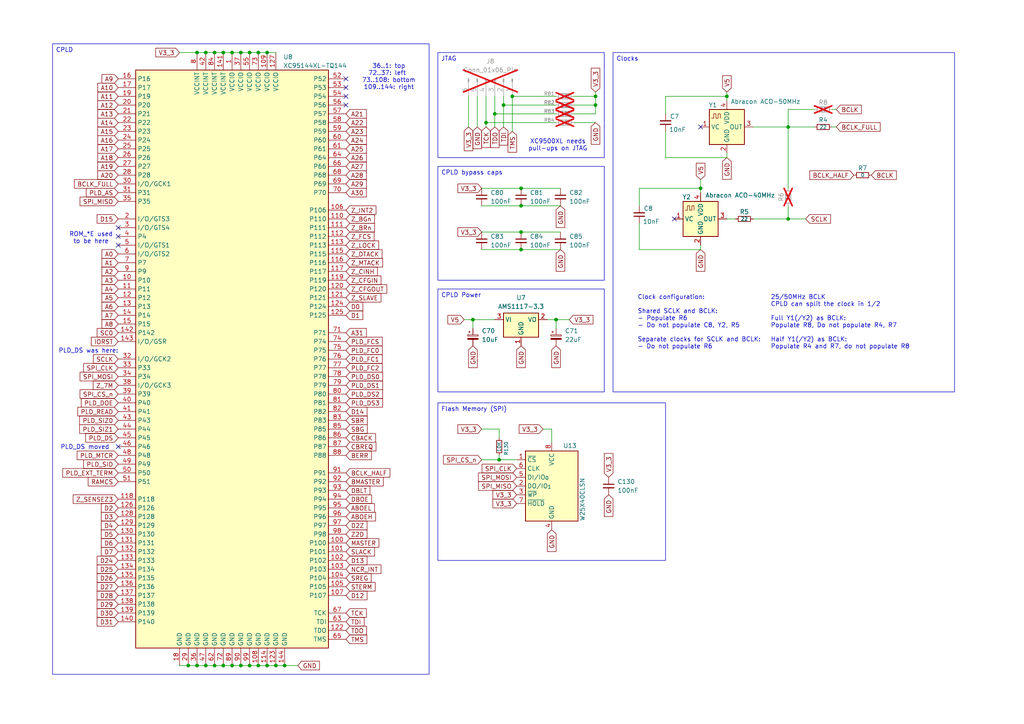
<source format=kicad_sch>
(kicad_sch (version 20250114) (generator "eeschema") (generator_version "9.0")
  (paper "A4")
  (title_block (title "A4092") (rev "PROTO0") (company "amiga.technology"))
  (lib_symbols
    (symbol "CPLD_Xilinx:XC95144XL-TQ144"
      (property "Reference" "U" (at -27.94 85.09 0))
      (property "Value" "XC95144XL-TQ144" (at -27.94 -85.09 0))
      (symbol "XC95144XL-TQ144_1_1"
        (rectangle (start -27.94 83.82) (end 27.94 -83.82) (stroke (width 0.254)) (fill (type background)))
        (pin bidirectional line (at -33.02 81.28 0) (length 5.08) (name "P16") (number "16"))
        (pin bidirectional line (at -33.02 78.74 0) (length 5.08) (name "P17") (number "17"))
        (pin bidirectional line (at -33.02 76.2 0) (length 5.08) (name "P19") (number "19"))
        (pin bidirectional line (at -33.02 73.66 0) (length 5.08) (name "P20") (number "20"))
        (pin bidirectional line (at -33.02 71.12 0) (length 5.08) (name "P21") (number "21"))
        (pin bidirectional line (at -33.02 68.58 0) (length 5.08) (name "P22") (number "22"))
        (pin bidirectional line (at -33.02 66.04 0) (length 5.08) (name "P23") (number "23"))
        (pin bidirectional line (at -33.02 63.5 0) (length 5.08) (name "P24") (number "24"))
        (pin bidirectional line (at -33.02 60.96 0) (length 5.08) (name "P25") (number "25"))
        (pin bidirectional line (at -33.02 58.42 0) (length 5.08) (name "P26") (number "26"))
        (pin bidirectional line (at -33.02 55.88 0) (length 5.08) (name "P27") (number "27"))
        (pin bidirectional line (at -33.02 53.34 0) (length 5.08) (name "P28") (number "28"))
        (pin bidirectional line (at -33.02 50.8 0) (length 5.08) (name "I/O/GCK1") (number "30"))
        (pin bidirectional line (at -33.02 48.26 0) (length 5.08) (name "P31") (number "31"))
        (pin bidirectional line (at -33.02 45.72 0) (length 5.08) (name "P35") (number "35"))
        (pin bidirectional line (at -33.02 40.64 0) (length 5.08) (name "I/O/GTS3") (number "2"))
        (pin bidirectional line (at -33.02 38.1 0) (length 5.08) (name "I/O/GTS4") (number "3"))
        (pin bidirectional line (at -33.02 35.56 0) (length 5.08) (name "P4") (number "4"))
        (pin bidirectional line (at -33.02 33.02 0) (length 5.08) (name "I/O/GTS1") (number "5"))
        (pin bidirectional line (at -33.02 30.48 0) (length 5.08) (name "I/O/GTS2") (number "6"))
        (pin bidirectional line (at -33.02 27.94 0) (length 5.08) (name "P7") (number "7"))
        (pin bidirectional line (at -33.02 25.4 0) (length 5.08) (name "P9") (number "9"))
        (pin bidirectional line (at -33.02 22.86 0) (length 5.08) (name "P10") (number "10"))
        (pin bidirectional line (at -33.02 20.32 0) (length 5.08) (name "P11") (number "11"))
        (pin bidirectional line (at -33.02 17.78 0) (length 5.08) (name "P12") (number "12"))
        (pin bidirectional line (at -33.02 15.24 0) (length 5.08) (name "P13") (number "13"))
        (pin bidirectional line (at -33.02 12.7 0) (length 5.08) (name "P14") (number "14"))
        (pin bidirectional line (at -33.02 10.16 0) (length 5.08) (name "P15") (number "15"))
        (pin bidirectional line (at -33.02 7.62 0) (length 5.08) (name "P142") (number "142"))
        (pin bidirectional line (at -33.02 5.08 0) (length 5.08) (name "I/O/GSR") (number "143"))
        (pin bidirectional line (at -33.02 0 0) (length 5.08) (name "I/O/GCK2") (number "32"))
        (pin bidirectional line (at -33.02 -2.54 0) (length 5.08) (name "P33") (number "33"))
        (pin bidirectional line (at -33.02 -5.08 0) (length 5.08) (name "P34") (number "34"))
        (pin bidirectional line (at -33.02 -7.62 0) (length 5.08) (name "I/O/GCK3") (number "38"))
        (pin bidirectional line (at -33.02 -10.16 0) (length 5.08) (name "P39") (number "39"))
        (pin bidirectional line (at -33.02 -12.7 0) (length 5.08) (name "P40") (number "40"))
        (pin bidirectional line (at -33.02 -15.24 0) (length 5.08) (name "P41") (number "41"))
        (pin bidirectional line (at -33.02 -17.78 0) (length 5.08) (name "P43") (number "43"))
        (pin bidirectional line (at -33.02 -20.32 0) (length 5.08) (name "P44") (number "44"))
        (pin bidirectional line (at -33.02 -22.86 0) (length 5.08) (name "P45") (number "45"))
        (pin bidirectional line (at -33.02 -25.4 0) (length 5.08) (name "P46") (number "46"))
        (pin bidirectional line (at -33.02 -27.94 0) (length 5.08) (name "P48") (number "48"))
        (pin bidirectional line (at -33.02 -30.48 0) (length 5.08) (name "P49") (number "49"))
        (pin bidirectional line (at -33.02 -33.02 0) (length 5.08) (name "P50") (number "50"))
        (pin bidirectional line (at -33.02 -35.56 0) (length 5.08) (name "P51") (number "51"))
        (pin bidirectional line (at -33.02 -40.64 0) (length 5.08) (name "P118") (number "118"))
        (pin bidirectional line (at -33.02 -43.18 0) (length 5.08) (name "P126") (number "126"))
        (pin bidirectional line (at -33.02 -45.72 0) (length 5.08) (name "P128") (number "128"))
        (pin bidirectional line (at -33.02 -48.26 0) (length 5.08) (name "P129") (number "129"))
        (pin bidirectional line (at -33.02 -50.8 0) (length 5.08) (name "P130") (number "130"))
        (pin bidirectional line (at -33.02 -53.34 0) (length 5.08) (name "P131") (number "131"))
        (pin bidirectional line (at -33.02 -55.88 0) (length 5.08) (name "P132") (number "132"))
        (pin bidirectional line (at -33.02 -58.42 0) (length 5.08) (name "P133") (number "133"))
        (pin bidirectional line (at -33.02 -60.96 0) (length 5.08) (name "P134") (number "134"))
        (pin bidirectional line (at -33.02 -63.5 0) (length 5.08) (name "P135") (number "135"))
        (pin bidirectional line (at -33.02 -66.04 0) (length 5.08) (name "P136") (number "136"))
        (pin bidirectional line (at -33.02 -68.58 0) (length 5.08) (name "P137") (number "137"))
        (pin bidirectional line (at -33.02 -71.12 0) (length 5.08) (name "P138") (number "138"))
        (pin bidirectional line (at -33.02 -73.66 0) (length 5.08) (name "P139") (number "139"))
        (pin bidirectional line (at -33.02 -76.2 0) (length 5.08) (name "P140") (number "140"))
        (pin power_in line (at -15.24 -88.9 90) (length 5.08) (name "GND") (number "18"))
        (pin power_in line (at -12.7 -88.9 90) (length 5.08) (name "GND") (number "29"))
        (pin power_in line (at -10.16 88.9 270) (length 5.08) (name "VCCINT") (number "8"))
        (pin power_in line (at -10.16 -88.9 90) (length 5.08) (name "GND") (number "36"))
        (pin power_in line (at -7.62 88.9 270) (length 5.08) (name "VCCINT") (number "42"))
        (pin power_in line (at -7.62 -88.9 90) (length 5.08) (name "GND") (number "47"))
        (pin power_in line (at -5.08 88.9 270) (length 5.08) (name "VCCINT") (number "84"))
        (pin power_in line (at -5.08 -88.9 90) (length 5.08) (name "GND") (number "62"))
        (pin power_in line (at -2.54 88.9 270) (length 5.08) (name "VCCINT") (number "141"))
        (pin power_in line (at -2.54 -88.9 90) (length 5.08) (name "GND") (number "72"))
        (pin power_in line (at 0 88.9 270) (length 5.08) (name "VCCIO") (number "1"))
        (pin power_in line (at 0 -88.9 90) (length 5.08) (name "GND") (number "89"))
        (pin power_in line (at 2.54 88.9 270) (length 5.08) (name "VCCIO") (number "37"))
        (pin power_in line (at 2.54 -88.9 90) (length 5.08) (name "GND") (number "90"))
        (pin power_in line (at 5.08 88.9 270) (length 5.08) (name "VCCIO") (number "55"))
        (pin power_in line (at 5.08 -88.9 90) (length 5.08) (name "GND") (number "99"))
        (pin power_in line (at 7.62 88.9 270) (length 5.08) (name "VCCIO") (number "73"))
        (pin power_in line (at 7.62 -88.9 90) (length 5.08) (name "GND") (number "108"))
        (pin power_in line (at 10.16 88.9 270) (length 5.08) (name "VCCIO") (number "109"))
        (pin power_in line (at 10.16 -88.9 90) (length 5.08) (name "GND") (number "114"))
        (pin power_in line (at 12.7 88.9 270) (length 5.08) (name "VCCIO") (number "127"))
        (pin power_in line (at 12.7 -88.9 90) (length 5.08) (name "GND") (number "123"))
        (pin power_in line (at 15.24 -88.9 90) (length 5.08) (name "GND") (number "144"))
        (pin bidirectional line (at 33.02 81.28 180) (length 5.08) (name "P52") (number "52"))
        (pin bidirectional line (at 33.02 78.74 180) (length 5.08) (name "P53") (number "53"))
        (pin bidirectional line (at 33.02 76.2 180) (length 5.08) (name "P54") (number "54"))
        (pin bidirectional line (at 33.02 73.66 180) (length 5.08) (name "P56") (number "56"))
        (pin bidirectional line (at 33.02 71.12 180) (length 5.08) (name "P57") (number "57"))
        (pin bidirectional line (at 33.02 68.58 180) (length 5.08) (name "P58") (number "58"))
        (pin bidirectional line (at 33.02 66.04 180) (length 5.08) (name "P59") (number "59"))
        (pin bidirectional line (at 33.02 63.5 180) (length 5.08) (name "P60") (number "60"))
        (pin bidirectional line (at 33.02 60.96 180) (length 5.08) (name "P61") (number "61"))
        (pin bidirectional line (at 33.02 58.42 180) (length 5.08) (name "P64") (number "64"))
        (pin bidirectional line (at 33.02 55.88 180) (length 5.08) (name "P66") (number "66"))
        (pin bidirectional line (at 33.02 53.34 180) (length 5.08) (name "P68") (number "68"))
        (pin bidirectional line (at 33.02 50.8 180) (length 5.08) (name "P69") (number "69"))
        (pin bidirectional line (at 33.02 48.26 180) (length 5.08) (name "P70") (number "70"))
        (pin bidirectional line (at 33.02 43.18 180) (length 5.08) (name "P106") (number "106"))
        (pin bidirectional line (at 33.02 40.64 180) (length 5.08) (name "P110") (number "110"))
        (pin bidirectional line (at 33.02 38.1 180) (length 5.08) (name "P111") (number "111"))
        (pin bidirectional line (at 33.02 35.56 180) (length 5.08) (name "P112") (number "112"))
        (pin bidirectional line (at 33.02 33.02 180) (length 5.08) (name "P113") (number "113"))
        (pin bidirectional line (at 33.02 30.48 180) (length 5.08) (name "P115") (number "115"))
        (pin bidirectional line (at 33.02 27.94 180) (length 5.08) (name "P116") (number "116"))
        (pin bidirectional line (at 33.02 25.4 180) (length 5.08) (name "P117") (number "117"))
        (pin bidirectional line (at 33.02 22.86 180) (length 5.08) (name "P119") (number "119"))
        (pin bidirectional line (at 33.02 20.32 180) (length 5.08) (name "P120") (number "120"))
        (pin bidirectional line (at 33.02 17.78 180) (length 5.08) (name "P121") (number "121"))
        (pin bidirectional line (at 33.02 15.24 180) (length 5.08) (name "P124") (number "124"))
        (pin bidirectional line (at 33.02 12.7 180) (length 5.08) (name "P125") (number "125"))
        (pin bidirectional line (at 33.02 7.62 180) (length 5.08) (name "P71") (number "71"))
        (pin bidirectional line (at 33.02 5.08 180) (length 5.08) (name "P74") (number "74"))
        (pin bidirectional line (at 33.02 2.54 180) (length 5.08) (name "P75") (number "75"))
        (pin bidirectional line (at 33.02 0 180) (length 5.08) (name "P76") (number "76"))
        (pin bidirectional line (at 33.02 -2.54 180) (length 5.08) (name "P77") (number "77"))
        (pin bidirectional line (at 33.02 -5.08 180) (length 5.08) (name "P78") (number "78"))
        (pin bidirectional line (at 33.02 -7.62 180) (length 5.08) (name "P79") (number "79"))
        (pin bidirectional line (at 33.02 -10.16 180) (length 5.08) (name "P80") (number "80"))
        (pin bidirectional line (at 33.02 -12.7 180) (length 5.08) (name "P81") (number "81"))
        (pin bidirectional line (at 33.02 -15.24 180) (length 5.08) (name "P82") (number "82"))
        (pin bidirectional line (at 33.02 -17.78 180) (length 5.08) (name "P83") (number "83"))
        (pin bidirectional line (at 33.02 -20.32 180) (length 5.08) (name "P85") (number "85"))
        (pin bidirectional line (at 33.02 -22.86 180) (length 5.08) (name "P86") (number "86"))
        (pin bidirectional line (at 33.02 -25.4 180) (length 5.08) (name "P87") (number "87"))
        (pin bidirectional line (at 33.02 -27.94 180) (length 5.08) (name "P88") (number "88"))
        (pin bidirectional line (at 33.02 -33.02 180) (length 5.08) (name "P91") (number "91"))
        (pin bidirectional line (at 33.02 -35.56 180) (length 5.08) (name "P92") (number "92"))
        (pin bidirectional line (at 33.02 -38.1 180) (length 5.08) (name "P93") (number "93"))
        (pin bidirectional line (at 33.02 -40.64 180) (length 5.08) (name "P94") (number "94"))
        (pin bidirectional line (at 33.02 -43.18 180) (length 5.08) (name "P95") (number "95"))
        (pin bidirectional line (at 33.02 -45.72 180) (length 5.08) (name "P96") (number "96"))
        (pin bidirectional line (at 33.02 -48.26 180) (length 5.08) (name "P97") (number "97"))
        (pin bidirectional line (at 33.02 -50.8 180) (length 5.08) (name "P98") (number "98"))
        (pin bidirectional line (at 33.02 -53.34 180) (length 5.08) (name "P100") (number "100"))
        (pin bidirectional line (at 33.02 -55.88 180) (length 5.08) (name "P101") (number "101"))
        (pin bidirectional line (at 33.02 -58.42 180) (length 5.08) (name "P102") (number "102"))
        (pin bidirectional line (at 33.02 -60.96 180) (length 5.08) (name "P103") (number "103"))
        (pin bidirectional line (at 33.02 -63.5 180) (length 5.08) (name "P104") (number "104"))
        (pin bidirectional line (at 33.02 -66.04 180) (length 5.08) (name "P105") (number "105"))
        (pin bidirectional line (at 33.02 -68.58 180) (length 5.08) (name "P107") (number "107"))
        (pin bidirectional line (at 33.02 -73.66 180) (length 5.08) (name "TCK") (number "67"))
        (pin bidirectional line (at 33.02 -76.2 180) (length 5.08) (name "TDI") (number "63"))
        (pin bidirectional line (at 33.02 -78.74 180) (length 5.08) (name "TDO") (number "122"))
        (pin bidirectional line (at 33.02 -81.28 180) (length 5.08) (name "TMS") (number "65"))
      )
    )
    (symbol "Connector:Conn_01x06_Pin" (pin_names (offset 1.016) (hide yes))
      (property "Reference" "J" (at 0 7.62 0))
      (property "Value" "Conn_01x06_Pin" (at 0 -10.16 0))
      (symbol "Conn_01x06_Pin_1_1"
        (rectangle (start 0.8636 5.207) (end 0 4.953) (stroke (width 0.1524)) (fill (type outline)))
        (rectangle (start 0.8636 2.667) (end 0 2.413) (stroke (width 0.1524)) (fill (type outline)))
        (rectangle (start 0.8636 0.127) (end 0 -0.127) (stroke (width 0.1524)) (fill (type outline)))
        (rectangle (start 0.8636 -2.413) (end 0 -2.667) (stroke (width 0.1524)) (fill (type outline)))
        (rectangle (start 0.8636 -4.953) (end 0 -5.207) (stroke (width 0.1524)) (fill (type outline)))
        (rectangle (start 0.8636 -7.493) (end 0 -7.747) (stroke (width 0.1524)) (fill (type outline)))
        (polyline (pts (xy 1.27 5.08) (xy 0.8636 5.08)) (stroke (width 0.1524)))
        (polyline (pts (xy 1.27 2.54) (xy 0.8636 2.54)) (stroke (width 0.1524)))
        (polyline (pts (xy 1.27 0) (xy 0.8636 0)) (stroke (width 0.1524)))
        (polyline (pts (xy 1.27 -2.54) (xy 0.8636 -2.54)) (stroke (width 0.1524)))
        (polyline (pts (xy 1.27 -5.08) (xy 0.8636 -5.08)) (stroke (width 0.1524)))
        (polyline (pts (xy 1.27 -7.62) (xy 0.8636 -7.62)) (stroke (width 0.1524)))
        (pin passive line (at 5.08 5.08 180) (length 3.81) (name "Pin_1") (number "1"))
        (pin passive line (at 5.08 2.54 180) (length 3.81) (name "Pin_2") (number "2"))
        (pin passive line (at 5.08 0 180) (length 3.81) (name "Pin_3") (number "3"))
        (pin passive line (at 5.08 -2.54 180) (length 3.81) (name "Pin_4") (number "4"))
        (pin passive line (at 5.08 -5.08 180) (length 3.81) (name "Pin_5") (number "5"))
        (pin passive line (at 5.08 -7.62 180) (length 3.81) (name "Pin_6") (number "6"))
      )
    )
    (symbol "Device:C_Polarized_Small" (pin_numbers (hide yes)) (pin_names (offset 0.254) (hide yes))
      (property "Reference" "C" (at 0.254 1.778 0))
      (property "Value" "C_Polarized_Small" (at 0.254 -2.032 0))
      (symbol "C_Polarized_Small_0_1"
        (rectangle (start -1.524 0.6858) (end 1.524 0.3048))
        (rectangle (start -1.524 -0.3048) (end 1.524 -0.6858) (fill (type outline)))
        (polyline (pts (xy -1.27 1.524) (xy -0.762 1.524)))
        (polyline (pts (xy -1.016 1.27) (xy -1.016 1.778)))
      )
      (symbol "C_Polarized_Small_1_1"
        (pin passive line (at 0 2.54 270) (length 1.8542) (name "~") (number "1"))
        (pin passive line (at 0 -2.54 90) (length 1.8542) (name "~") (number "2"))
      )
    )
    (symbol "Device:C_Small" (pin_numbers (hide yes)) (pin_names (offset 0.254) (hide yes))
      (property "Reference" "C" (at 0.254 1.778 0))
      (property "Value" "C_Small" (at 0.254 -2.032 0))
      (symbol "C_Small_0_1"
        (polyline (pts (xy -1.524 0.508) (xy 1.524 0.508)) (stroke (width 0.3048)))
        (polyline (pts (xy -1.524 -0.508) (xy 1.524 -0.508)) (stroke (width 0.3302)))
      )
      (symbol "C_Small_1_1"
        (pin passive line (at 0 2.54 270) (length 2.032) (name "~") (number "1"))
        (pin passive line (at 0 -2.54 90) (length 2.032) (name "~") (number "2"))
      )
    )
    (symbol "Device:R_Small" (pin_numbers (hide yes)) (pin_names (offset 0.254) (hide yes))
      (property "Reference" "R" (at 0 0 90))
      (property "Value" "R_Small" (at 1.778 0 90))
      (symbol "R_Small_0_1"
        (rectangle (start -0.762 1.778) (end 0.762 -1.778) (stroke (width 0.2032)))
      )
      (symbol "R_Small_1_1"
        (pin passive line (at 0 2.54 270) (length 0.762) (name "~") (number "1"))
        (pin passive line (at 0 -2.54 90) (length 0.762) (name "~") (number "2"))
      )
    )
    (symbol "Memory_Flash:W25X40CLSN"
      (property "Reference" "U" (at -7.62 10.668 0))
      (property "Value" "W25X40CLSN" (at 2.54 10.668 0))
      (symbol "W25X40CLSN_0_1"
        (rectangle (start -7.62 10.16) (end 7.62 -10.16) (stroke (width 0.254)) (fill (type background)))
      )
      (symbol "W25X40CLSN_1_1"
        (pin input line (at -10.16 7.62 0) (length 2.54) (name "~{CS}") (number "1"))
        (pin input line (at -10.16 5.08 0) (length 2.54) (name "CLK") (number "6"))
        (pin bidirectional line (at -10.16 2.54 0) (length 2.54) (name "DI/IO_{0}") (number "5"))
        (pin bidirectional line (at -10.16 0 0) (length 2.54) (name "DO/IO_{1}") (number "2"))
        (pin bidirectional line (at -10.16 -2.54 0) (length 2.54) (name "~{WP}") (number "3"))
        (pin bidirectional line (at -10.16 -5.08 0) (length 2.54) (name "~{HOLD}") (number "7"))
        (pin power_in line (at 0 12.7 270) (length 2.54) (name "VCC") (number "8"))
        (pin power_in line (at 0 -12.7 90) (length 2.54) (name "GND") (number "4"))
      )
    )
    (symbol "Oscillator:FT5HV"
      (property "Reference" "Y" (at 5.08 11.43 0))
      (property "Value" "FT5HV" (at 6.35 8.89 0))
      (symbol "FT5HV_0_1"
        (rectangle (start -5.08 5.08) (end 5.08 -5.08) (stroke (width 0.254)) (fill (type background)))
        (polyline (pts (xy -4.445 2.54) (xy -3.81 2.54) (xy -3.81 3.81) (xy -3.175 3.81) (xy -3.175 2.54) (xy -2.54 2.54) (xy -2.54 3.81) (xy -1.905 3.81) (xy -1.905 2.54)))
      )
      (symbol "FT5HV_1_1"
        (pin input line (at -7.62 0 0) (length 2.54) (name "VC") (number "1"))
        (pin power_in line (at 0 7.62 270) (length 2.54) (name "VDD") (number "4"))
        (pin power_in line (at 0 -7.62 90) (length 2.54) (name "GND") (number "2"))
        (pin output line (at 7.62 0 180) (length 2.54) (name "OUT") (number "3"))
      )
    )
    (symbol "R_Small_1" (pin_numbers (hide yes)) (pin_names (offset 0.254) (hide yes))
      (property "Reference" "R" (at 0 0 90))
      (property "Value" "R_Small" (at 1.778 0 90))
      (symbol "R_Small_1_0_1"
        (rectangle (start -0.762 1.778) (end 0.762 -1.778) (stroke (width 0.2032)))
      )
      (symbol "R_Small_1_1_1"
        (pin passive line (at 0 2.54 270) (length 0.762) (name "~") (number "1"))
        (pin passive line (at 0 -2.54 90) (length 0.762) (name "~") (number "2"))
      )
    )
    (symbol "Regulator_Linear:AMS1117-3.3"
      (property "Reference" "U" (at -3.81 3.175 0))
      (property "Value" "AMS1117-3.3" (at 0 3.175 0))
      (symbol "AMS1117-3.3_0_1"
        (rectangle (start -5.08 -5.08) (end 5.08 1.905) (stroke (width 0.254)) (fill (type background)))
      )
      (symbol "AMS1117-3.3_1_1"
        (pin power_in line (at -7.62 0 0) (length 2.54) (name "VI") (number "3"))
        (pin power_in line (at 0 -7.62 90) (length 2.54) (name "GND") (number "1"))
        (pin power_out line (at 7.62 0 180) (length 2.54) (name "VO") (number "2"))
      )
    )
  )
  (text "Clock configuration:\n\nShared SCLK and BCLK:\n- Populate R6\n- Do not populate C8, Y2, R5\n\nSeparate clocks for SCLK and BCLK:\n- Do not populate R6\n" (at 184.912 93.472 0) (effects (font (size 1.27 1.27)) (justify left)))
  (text "PLD_DS moved" (at 24.638 129.794 0) (effects (font (size 1.27 1.27))))
  (text "ROM_*E used\nto be here" (at 26.416 69.088 0) (effects (font (size 1.27 1.27))))
  (text "25/50MHz BCLK\nCPLD can split the clock in 1/2\n\nFull Y1(/Y2) as BCLK:\nPopulate R8, Do not populate R4, R7\n\nHalf Y1(/Y2) as BCLK:\nPopulate R4 and R7, do not populate R8" (at 223.52 93.472 0) (effects (font (size 1.27 1.27)) (justify left)))
  (text "36..1: top\n72..37: left \n73..108: bottom\n109..144: right" (at 112.776 22.352 0) (effects (font (size 1.27 1.27))))
  (text "XC9500XL needs\npull-ups on JTAG" (at 161.798 42.164 0) (effects (font (size 1.27 1.27))))
  (text "PLD_DS was here:" (at 25.654 101.854 0) (effects (font (size 1.27 1.27))))
  (text_box "CPLD" (at 15.24 12.7 0) (size 109.22 182.88) (margins 0.9525 0.9525 0.9525 0.9525) (effects (font (size 1.27 1.27)) (justify left top)))
  (text_box "Clocks\n" (at 177.8 15.24 0) (size 99.06 98.425) (margins 0.9525 0.9525 0.9525 0.9525) (effects (font (size 1.27 1.27)) (justify left top)))
  (text_box "JTAG\n" (at 127 15.24 0) (size 48.26 30.48) (margins 0.9525 0.9525 0.9525 0.9525) (effects (font (size 1.27 1.27)) (justify left top)))
  (text_box "CPLD Power" (at 127 83.82 0) (size 48.26 29.845) (margins 0.9525 0.9525 0.9525 0.9525) (effects (font (size 1.27 1.27)) (justify left top)))
  (text_box "CPLD bypass caps\n" (at 127 48.26 0) (size 48.26 33.02) (margins 0.9525 0.9525 0.9525 0.9525) (effects (font (size 1.27 1.27)) (justify left top)))
  (text_box "Flash Memory (SPI)" (at 127 116.84 0) (size 66.04 45.72) (margins 0.9525 0.9525 0.9525 0.9525) (effects (font (size 1.27 1.27)) (justify left top)))
  (junction (at 151.13 72.39))
  (junction (at 57.15 193.04))
  (junction (at 62.23 15.24))
  (junction (at 137.16 92.71))
  (junction (at 172.72 27.94))
  (junction (at 72.39 193.04))
  (junction (at 59.69 15.24))
  (junction (at 172.72 30.48))
  (junction (at 161.29 92.71))
  (junction (at 203.2 54.61))
  (junction (at 148.59 27.94))
  (junction (at 69.85 193.04))
  (junction (at 146.05 30.48))
  (junction (at 57.15 15.24))
  (junction (at 228.6 63.5))
  (junction (at 80.01 193.04))
  (junction (at 151.13 59.69))
  (junction (at 151.13 67.31))
  (junction (at 144.78 133.35))
  (junction (at 210.82 27.94))
  (junction (at 72.39 15.24))
  (junction (at 140.97 35.56))
  (junction (at 69.85 15.24))
  (junction (at 77.47 15.24))
  (junction (at 151.13 54.61))
  (junction (at 77.47 193.04))
  (junction (at 74.93 193.04))
  (junction (at 228.6 36.83))
  (junction (at 64.77 193.04))
  (junction (at 62.23 193.04))
  (junction (at 67.31 193.04))
  (junction (at 143.51 33.02))
  (junction (at 64.77 15.24))
  (junction (at 74.93 15.24))
  (junction (at 59.69 193.04))
  (junction (at 54.61 193.04))
  (junction (at 82.55 193.04))
  (junction (at 67.31 15.24))
  (no_connect (at 100.33 27.94))
  (no_connect (at 195.58 63.5))
  (no_connect (at 34.29 129.54))
  (no_connect (at 34.29 68.58))
  (no_connect (at 34.29 71.12))
  (no_connect (at 100.33 22.86))
  (no_connect (at 100.33 25.4))
  (no_connect (at 203.2 36.83))
  (no_connect (at 100.33 30.48))
  (no_connect (at 34.29 66.04))
  (wire (pts (xy 139.7 133.35) (xy 144.78 133.35)))
  (wire (pts (xy 228.6 59.69) (xy 228.6 63.5)))
  (wire (pts (xy 228.6 63.5) (xy 233.68 63.5)))
  (wire (pts (xy 143.51 33.02) (xy 143.51 36.83)))
  (wire (pts (xy 161.29 33.02) (xy 143.51 33.02)))
  (wire (pts (xy 139.7 124.46) (xy 144.78 124.46)))
  (wire (pts (xy 210.82 26.67) (xy 210.82 27.94)))
  (wire (pts (xy 213.36 63.5) (xy 210.82 63.5)))
  (wire (pts (xy 144.78 132.08) (xy 144.78 133.35)))
  (wire (pts (xy 166.37 30.48) (xy 172.72 30.48)))
  (wire (pts (xy 166.37 35.56) (xy 172.72 35.56)))
  (wire (pts (xy 140.97 35.56) (xy 161.29 35.56)))
  (wire (pts (xy 160.02 124.46) (xy 157.48 124.46)))
  (wire (pts (xy 134.62 92.71) (xy 137.16 92.71)))
  (wire (pts (xy 64.77 193.04) (xy 67.31 193.04)))
  (wire (pts (xy 228.6 36.83) (xy 236.22 36.83)))
  (wire (pts (xy 172.72 26.67) (xy 172.72 27.94)))
  (wire (pts (xy 135.89 27.94) (xy 135.89 36.83)))
  (wire (pts (xy 185.42 72.39) (xy 185.42 64.77)))
  (wire (pts (xy 228.6 31.75) (xy 228.6 36.83)))
  (wire (pts (xy 140.97 27.94) (xy 140.97 35.56)))
  (wire (pts (xy 203.2 72.39) (xy 185.42 72.39)))
  (wire (pts (xy 228.6 36.83) (xy 228.6 54.61)))
  (wire (pts (xy 242.57 31.75) (xy 241.3 31.75)))
  (wire (pts (xy 172.72 27.94) (xy 172.72 30.48)))
  (wire (pts (xy 151.13 72.39) (xy 162.56 72.39)))
  (wire (pts (xy 151.13 67.31) (xy 162.56 67.31)))
  (wire (pts (xy 210.82 45.72) (xy 210.82 44.45)))
  (wire (pts (xy 210.82 45.72) (xy 193.04 45.72)))
  (wire (pts (xy 52.07 15.24) (xy 57.15 15.24)))
  (wire (pts (xy 241.3 36.83) (xy 242.57 36.83)))
  (wire (pts (xy 143.51 27.94) (xy 143.51 33.02)))
  (wire (pts (xy 146.05 27.94) (xy 146.05 30.48)))
  (wire (pts (xy 139.7 72.39) (xy 151.13 72.39)))
  (wire (pts (xy 166.37 33.02) (xy 172.72 33.02)))
  (wire (pts (xy 139.7 67.31) (xy 151.13 67.31)))
  (wire (pts (xy 64.77 15.24) (xy 67.31 15.24)))
  (wire (pts (xy 151.13 54.61) (xy 162.56 54.61)))
  (wire (pts (xy 161.29 95.25) (xy 161.29 92.71)))
  (wire (pts (xy 57.15 15.24) (xy 59.69 15.24)))
  (wire (pts (xy 172.72 30.48) (xy 172.72 33.02)))
  (wire (pts (xy 59.69 15.24) (xy 62.23 15.24)))
  (wire (pts (xy 151.13 59.69) (xy 162.56 59.69)))
  (wire (pts (xy 138.43 27.94) (xy 138.43 36.83)))
  (wire (pts (xy 137.16 92.71) (xy 143.51 92.71)))
  (wire (pts (xy 218.44 36.83) (xy 228.6 36.83)))
  (wire (pts (xy 77.47 15.24) (xy 80.01 15.24)))
  (wire (pts (xy 146.05 30.48) (xy 161.29 30.48)))
  (wire (pts (xy 218.44 63.5) (xy 228.6 63.5)))
  (wire (pts (xy 74.93 15.24) (xy 77.47 15.24)))
  (wire (pts (xy 210.82 27.94) (xy 193.04 27.94)))
  (wire (pts (xy 144.78 124.46) (xy 144.78 127)))
  (wire (pts (xy 148.59 27.94) (xy 148.59 38.1)))
  (wire (pts (xy 144.78 133.35) (xy 149.86 133.35)))
  (wire (pts (xy 160.02 124.46) (xy 160.02 128.27)))
  (wire (pts (xy 80.01 193.04) (xy 82.55 193.04)))
  (wire (pts (xy 72.39 193.04) (xy 74.93 193.04)))
  (wire (pts (xy 59.69 193.04) (xy 62.23 193.04)))
  (wire (pts (xy 166.37 27.94) (xy 172.72 27.94)))
  (wire (pts (xy 139.7 59.69) (xy 151.13 59.69)))
  (wire (pts (xy 139.7 54.61) (xy 151.13 54.61)))
  (wire (pts (xy 54.61 193.04) (xy 57.15 193.04)))
  (wire (pts (xy 210.82 27.94) (xy 210.82 29.21)))
  (wire (pts (xy 203.2 52.07) (xy 203.2 54.61)))
  (wire (pts (xy 203.2 72.39) (xy 203.2 71.12)))
  (wire (pts (xy 67.31 193.04) (xy 69.85 193.04)))
  (wire (pts (xy 62.23 193.04) (xy 64.77 193.04)))
  (wire (pts (xy 77.47 193.04) (xy 80.01 193.04)))
  (wire (pts (xy 203.2 54.61) (xy 185.42 54.61)))
  (wire (pts (xy 69.85 193.04) (xy 72.39 193.04)))
  (wire (pts (xy 193.04 45.72) (xy 193.04 38.1)))
  (wire (pts (xy 193.04 27.94) (xy 193.04 33.02)))
  (wire (pts (xy 72.39 15.24) (xy 74.93 15.24)))
  (wire (pts (xy 74.93 193.04) (xy 77.47 193.04)))
  (wire (pts (xy 52.07 193.04) (xy 54.61 193.04)))
  (wire (pts (xy 57.15 193.04) (xy 59.69 193.04)))
  (wire (pts (xy 161.29 92.71) (xy 158.75 92.71)))
  (wire (pts (xy 165.1 92.71) (xy 161.29 92.71)))
  (wire (pts (xy 137.16 95.25) (xy 137.16 92.71)))
  (wire (pts (xy 82.55 193.04) (xy 86.36 193.04)))
  (wire (pts (xy 146.05 30.48) (xy 146.05 36.83)))
  (wire (pts (xy 236.22 31.75) (xy 228.6 31.75)))
  (wire (pts (xy 203.2 54.61) (xy 203.2 55.88)))
  (wire (pts (xy 62.23 15.24) (xy 64.77 15.24)))
  (wire (pts (xy 148.59 27.94) (xy 161.29 27.94)))
  (wire (pts (xy 69.85 15.24) (xy 72.39 15.24)))
  (wire (pts (xy 185.42 54.61) (xy 185.42 59.69)))
  (wire (pts (xy 140.97 35.56) (xy 140.97 36.83)))
  (wire (pts (xy 67.31 15.24) (xy 69.85 15.24)))
  (global_label "D3" (shape input) (at 34.29 149.86 180) (property "Intersheetrefs" "${INTERSHEET_REFS}" (effects (hide yes))))
  (global_label "GND" (shape input) (at 160.02 153.67 270) (property "Intersheetrefs" "${INTERSHEET_REFS}" (effects (hide yes))))
  (global_label "NCR_INT" (shape input) (at 100.33 165.1 0) (property "Intersheetrefs" "${INTERSHEET_REFS}" (effects (hide yes))))
  (global_label "TDO" (shape input) (at 100.33 182.88 0) (property "Intersheetrefs" "${INTERSHEET_REFS}" (effects (hide yes))))
  (global_label "PLD_FCS" (shape input) (at 100.33 99.06 0) (property "Intersheetrefs" "${INTERSHEET_REFS}" (effects (hide yes))))
  (global_label "GND" (shape input) (at 151.13 100.33 270) (property "Intersheetrefs" "${INTERSHEET_REFS}" (effects (hide yes))))
  (global_label "D4" (shape input) (at 34.29 152.4 180) (property "Intersheetrefs" "${INTERSHEET_REFS}" (effects (hide yes))))
  (global_label "D24" (shape input) (at 34.29 162.56 180) (property "Intersheetrefs" "${INTERSHEET_REFS}" (effects (hide yes))))
  (global_label "A25" (shape input) (at 100.33 43.18 0) (property "Intersheetrefs" "${INTERSHEET_REFS}" (effects (hide yes))))
  (global_label "D30" (shape input) (at 34.29 177.8 180) (property "Intersheetrefs" "${INTERSHEET_REFS}" (effects (hide yes))))
  (global_label "V3_3" (shape input) (at 135.89 36.83 270) (property "Intersheetrefs" "${INTERSHEET_REFS}" (effects (hide yes))))
  (global_label "V3_3" (shape input) (at 139.7 124.46 180) (property "Intersheetrefs" "${INTERSHEET_REFS}" (effects (hide yes))))
  (global_label "D26" (shape input) (at 34.29 167.64 180) (property "Intersheetrefs" "${INTERSHEET_REFS}" (effects (hide yes))))
  (global_label "Z_FCS" (shape input) (at 100.33 68.58 0) (property "Intersheetrefs" "${INTERSHEET_REFS}" (effects (hide yes))))
  (global_label "SPI_MISO" (shape input) (at 149.86 140.97 180) (property "Intersheetrefs" "${INTERSHEET_REFS}" (effects (hide yes))))
  (global_label "A18" (shape input) (at 34.29 45.72 180) (property "Intersheetrefs" "${INTERSHEET_REFS}" (effects (hide yes))))
  (global_label "D0" (shape input) (at 100.33 88.9 0) (property "Intersheetrefs" "${INTERSHEET_REFS}" (effects (hide yes))))
  (global_label "Z_CINH" (shape input) (at 100.33 78.74 0) (property "Intersheetrefs" "${INTERSHEET_REFS}" (effects (hide yes))))
  (global_label "SPI_CS_n" (shape input) (at 139.7 133.35 180) (property "Intersheetrefs" "${INTERSHEET_REFS}" (effects (hide yes))))
  (global_label "SPI_MOSI" (shape input) (at 34.29 109.22 180) (property "Intersheetrefs" "${INTERSHEET_REFS}" (effects (hide yes))))
  (global_label "A24" (shape input) (at 100.33 40.64 0) (property "Intersheetrefs" "${INTERSHEET_REFS}" (effects (hide yes))))
  (global_label "A3" (shape input) (at 34.29 81.28 180) (property "Intersheetrefs" "${INTERSHEET_REFS}" (effects (hide yes))))
  (global_label "Z_BGn" (shape input) (at 100.33 63.5 0) (property "Intersheetrefs" "${INTERSHEET_REFS}" (effects (hide yes))))
  (global_label "BCLK" (shape input) (at 242.57 31.75 0) (property "Intersheetrefs" "${INTERSHEET_REFS}" (effects (hide yes))))
  (global_label "PLD_DS2" (shape input) (at 100.33 114.3 0) (property "Intersheetrefs" "${INTERSHEET_REFS}" (effects (hide yes))))
  (global_label "V5" (shape input) (at 210.82 26.67 90) (property "Intersheetrefs" "${INTERSHEET_REFS}" (effects (hide yes))))
  (global_label "IORST" (shape input) (at 34.29 99.06 180) (property "Intersheetrefs" "${INTERSHEET_REFS}" (effects (hide yes))))
  (global_label "A14" (shape input) (at 34.29 35.56 180) (property "Intersheetrefs" "${INTERSHEET_REFS}" (effects (hide yes))))
  (global_label "GND" (shape input) (at 138.43 36.83 270) (property "Intersheetrefs" "${INTERSHEET_REFS}" (effects (hide yes))))
  (global_label "MASTER" (shape input) (at 100.33 157.48 0) (property "Intersheetrefs" "${INTERSHEET_REFS}" (effects (hide yes))))
  (global_label "PLD_SID" (shape input) (at 34.29 134.62 180) (property "Intersheetrefs" "${INTERSHEET_REFS}" (effects (hide yes))))
  (global_label "A8" (shape input) (at 34.29 93.98 180) (property "Intersheetrefs" "${INTERSHEET_REFS}" (effects (hide yes))))
  (global_label "A2" (shape input) (at 34.29 78.74 180) (property "Intersheetrefs" "${INTERSHEET_REFS}" (effects (hide yes))))
  (global_label "A28" (shape input) (at 100.33 50.8 0) (property "Intersheetrefs" "${INTERSHEET_REFS}" (effects (hide yes))))
  (global_label "ABOEL" (shape input) (at 100.33 147.32 0) (property "Intersheetrefs" "${INTERSHEET_REFS}" (effects (hide yes))))
  (global_label "A26" (shape input) (at 100.33 45.72 0) (property "Intersheetrefs" "${INTERSHEET_REFS}" (effects (hide yes))))
  (global_label "TDO" (shape input) (at 143.51 36.83 270) (property "Intersheetrefs" "${INTERSHEET_REFS}" (effects (hide yes))))
  (global_label "PLD_READ" (shape input) (at 34.29 119.38 180) (property "Intersheetrefs" "${INTERSHEET_REFS}" (effects (hide yes))))
  (global_label "D7" (shape input) (at 34.29 160.02 180) (property "Intersheetrefs" "${INTERSHEET_REFS}" (effects (hide yes))))
  (global_label "Z_LOCK" (shape input) (at 100.33 71.12 0) (property "Intersheetrefs" "${INTERSHEET_REFS}" (effects (hide yes))))
  (global_label "GND" (shape input) (at 210.82 45.72 270) (property "Intersheetrefs" "${INTERSHEET_REFS}" (effects (hide yes))))
  (global_label "PLD_AS" (shape input) (at 34.29 55.88 180) (property "Intersheetrefs" "${INTERSHEET_REFS}" (effects (hide yes))))
  (global_label "A17" (shape input) (at 34.29 43.18 180) (property "Intersheetrefs" "${INTERSHEET_REFS}" (effects (hide yes))))
  (global_label "BCLK_FULL" (shape input) (at 242.57 36.83 0) (property "Intersheetrefs" "${INTERSHEET_REFS}" (effects (hide yes))))
  (global_label "SCLK" (shape input) (at 233.68 63.5 0) (property "Intersheetrefs" "${INTERSHEET_REFS}" (effects (hide yes))))
  (global_label "V3_3" (shape input) (at 139.7 54.61 180) (property "Intersheetrefs" "${INTERSHEET_REFS}" (effects (hide yes))))
  (global_label "D14" (shape input) (at 100.33 119.38 0) (property "Intersheetrefs" "${INTERSHEET_REFS}" (effects (hide yes))))
  (global_label "A12" (shape input) (at 34.29 30.48 180) (property "Intersheetrefs" "${INTERSHEET_REFS}" (effects (hide yes))))
  (global_label "D31" (shape input) (at 34.29 180.34 180) (property "Intersheetrefs" "${INTERSHEET_REFS}" (effects (hide yes))))
  (global_label "A16" (shape input) (at 34.29 40.64 180) (property "Intersheetrefs" "${INTERSHEET_REFS}" (effects (hide yes))))
  (global_label "RAMCS" (shape input) (at 34.29 139.7 180) (property "Intersheetrefs" "${INTERSHEET_REFS}" (effects (hide yes))))
  (global_label "DBLT" (shape input) (at 100.33 142.24 0) (property "Intersheetrefs" "${INTERSHEET_REFS}" (effects (hide yes))))
  (global_label "V3_3" (shape input) (at 176.53 138.43 90) (property "Intersheetrefs" "${INTERSHEET_REFS}" (effects (hide yes))))
  (global_label "PLD_FC0" (shape input) (at 100.33 101.6 0) (property "Intersheetrefs" "${INTERSHEET_REFS}" (effects (hide yes))))
  (global_label "BERR" (shape input) (at 100.33 132.08 0) (property "Intersheetrefs" "${INTERSHEET_REFS}" (effects (hide yes))))
  (global_label "GND" (shape input) (at 172.72 35.56 270) (property "Intersheetrefs" "${INTERSHEET_REFS}" (effects (hide yes))))
  (global_label "PLD_FC2" (shape input) (at 100.33 106.68 0) (property "Intersheetrefs" "${INTERSHEET_REFS}" (effects (hide yes))))
  (global_label "A30" (shape input) (at 100.33 55.88 0) (property "Intersheetrefs" "${INTERSHEET_REFS}" (effects (hide yes))))
  (global_label "V3_3" (shape input) (at 149.86 146.05 180) (property "Intersheetrefs" "${INTERSHEET_REFS}" (effects (hide yes))))
  (global_label "A4" (shape input) (at 34.29 83.82 180) (property "Intersheetrefs" "${INTERSHEET_REFS}" (effects (hide yes))))
  (global_label "D1" (shape input) (at 100.33 91.44 0) (property "Intersheetrefs" "${INTERSHEET_REFS}" (effects (hide yes))))
  (global_label "A15" (shape input) (at 34.29 38.1 180) (property "Intersheetrefs" "${INTERSHEET_REFS}" (effects (hide yes))))
  (global_label "V3_3" (shape input) (at 149.86 143.51 180) (property "Intersheetrefs" "${INTERSHEET_REFS}" (effects (hide yes))))
  (global_label "PLD_DS1" (shape input) (at 100.33 111.76 0) (property "Intersheetrefs" "${INTERSHEET_REFS}" (effects (hide yes))))
  (global_label "PLD_DS" (shape input) (at 34.29 127 180) (property "Intersheetrefs" "${INTERSHEET_REFS}" (effects (hide yes))))
  (global_label "PLD_EXT_TERM" (shape input) (at 34.29 137.16 180) (property "Intersheetrefs" "${INTERSHEET_REFS}" (effects (hide yes))))
  (global_label "V3_3" (shape input) (at 52.07 15.24 180) (property "Intersheetrefs" "${INTERSHEET_REFS}" (effects (hide yes))))
  (global_label "PLD_DS0" (shape input) (at 100.33 109.22 0) (property "Intersheetrefs" "${INTERSHEET_REFS}" (effects (hide yes))))
  (global_label "A10" (shape input) (at 34.29 25.4 180) (property "Intersheetrefs" "${INTERSHEET_REFS}" (effects (hide yes))))
  (global_label "BCLK_HALF" (shape input) (at 100.33 137.16 0) (property "Intersheetrefs" "${INTERSHEET_REFS}" (effects (hide yes))))
  (global_label "A21" (shape input) (at 100.33 33.02 0) (property "Intersheetrefs" "${INTERSHEET_REFS}" (effects (hide yes))))
  (global_label "SBR" (shape input) (at 100.33 121.92 0) (property "Intersheetrefs" "${INTERSHEET_REFS}" (effects (hide yes))))
  (global_label "CBREQ" (shape input) (at 100.33 129.54 0) (property "Intersheetrefs" "${INTERSHEET_REFS}" (effects (hide yes))))
  (global_label "Z_SENSEZ3" (shape input) (at 34.29 144.78 180) (property "Intersheetrefs" "${INTERSHEET_REFS}" (effects (hide yes))))
  (global_label "GND" (shape input) (at 162.56 59.69 270) (property "Intersheetrefs" "${INTERSHEET_REFS}" (effects (hide yes))))
  (global_label "V3_3" (shape input) (at 172.72 26.67 90) (property "Intersheetrefs" "${INTERSHEET_REFS}" (effects (hide yes))))
  (global_label "SLACK" (shape input) (at 100.33 160.02 0) (property "Intersheetrefs" "${INTERSHEET_REFS}" (effects (hide yes))))
  (global_label "SCLK" (shape input) (at 34.29 104.14 180) (property "Intersheetrefs" "${INTERSHEET_REFS}" (effects (hide yes))))
  (global_label "SPI_CS_n" (shape input) (at 34.29 114.3 180) (property "Intersheetrefs" "${INTERSHEET_REFS}" (effects (hide yes))))
  (global_label "Z_DTACK" (shape input) (at 100.33 73.66 0) (property "Intersheetrefs" "${INTERSHEET_REFS}" (effects (hide yes))))
  (global_label "SBG" (shape input) (at 100.33 124.46 0) (property "Intersheetrefs" "${INTERSHEET_REFS}" (effects (hide yes))))
  (global_label "TCK" (shape input) (at 140.97 36.83 270) (property "Intersheetrefs" "${INTERSHEET_REFS}" (effects (hide yes))))
  (global_label "D15" (shape input) (at 34.29 63.5 180) (property "Intersheetrefs" "${INTERSHEET_REFS}" (effects (hide yes))))
  (global_label "Z2D" (shape input) (at 100.33 154.94 0) (property "Intersheetrefs" "${INTERSHEET_REFS}" (effects (hide yes))))
  (global_label "V3_3" (shape input) (at 165.1 92.71 0) (property "Intersheetrefs" "${INTERSHEET_REFS}" (effects (hide yes))))
  (global_label "A9" (shape input) (at 34.29 22.86 180) (property "Intersheetrefs" "${INTERSHEET_REFS}" (effects (hide yes))))
  (global_label "D6" (shape input) (at 34.29 157.48 180) (property "Intersheetrefs" "${INTERSHEET_REFS}" (effects (hide yes))))
  (global_label "TCK" (shape input) (at 100.33 177.8 0) (property "Intersheetrefs" "${INTERSHEET_REFS}" (effects (hide yes))))
  (global_label "CBACK" (shape input) (at 100.33 127 0) (property "Intersheetrefs" "${INTERSHEET_REFS}" (effects (hide yes))))
  (global_label "PLD_MTCR" (shape input) (at 34.29 132.08 180) (property "Intersheetrefs" "${INTERSHEET_REFS}" (effects (hide yes))))
  (global_label "A31" (shape input) (at 100.33 96.52 0) (property "Intersheetrefs" "${INTERSHEET_REFS}" (effects (hide yes))))
  (global_label "A19" (shape input) (at 34.29 48.26 180) (property "Intersheetrefs" "${INTERSHEET_REFS}" (effects (hide yes))))
  (global_label "Z_CFGOUT" (shape input) (at 100.33 83.82 0) (property "Intersheetrefs" "${INTERSHEET_REFS}" (effects (hide yes))))
  (global_label "D2Z" (shape input) (at 100.33 152.4 0) (property "Intersheetrefs" "${INTERSHEET_REFS}" (effects (hide yes))))
  (global_label "SPI_MOSI" (shape input) (at 149.86 138.43 180) (property "Intersheetrefs" "${INTERSHEET_REFS}" (effects (hide yes))))
  (global_label "SPI_CLK" (shape input) (at 149.86 135.89 180) (property "Intersheetrefs" "${INTERSHEET_REFS}" (effects (hide yes))))
  (global_label "D25" (shape input) (at 34.29 165.1 180) (property "Intersheetrefs" "${INTERSHEET_REFS}" (effects (hide yes))))
  (global_label "TDI" (shape input) (at 146.05 36.83 270) (property "Intersheetrefs" "${INTERSHEET_REFS}" (effects (hide yes))))
  (global_label "SREG" (shape input) (at 100.33 167.64 0) (property "Intersheetrefs" "${INTERSHEET_REFS}" (effects (hide yes))))
  (global_label "D27" (shape input) (at 34.29 170.18 180) (property "Intersheetrefs" "${INTERSHEET_REFS}" (effects (hide yes))))
  (global_label "D13" (shape input) (at 100.33 162.56 0) (property "Intersheetrefs" "${INTERSHEET_REFS}" (effects (hide yes))))
  (global_label "V5" (shape input) (at 134.62 92.71 180) (property "Intersheetrefs" "${INTERSHEET_REFS}" (effects (hide yes))))
  (global_label "A5" (shape input) (at 34.29 86.36 180) (property "Intersheetrefs" "${INTERSHEET_REFS}" (effects (hide yes))))
  (global_label "GND" (shape input) (at 86.36 193.04 0) (property "Intersheetrefs" "${INTERSHEET_REFS}" (effects (hide yes))))
  (global_label "D2" (shape input) (at 34.29 147.32 180) (property "Intersheetrefs" "${INTERSHEET_REFS}" (effects (hide yes))))
  (global_label "Z_BRn" (shape input) (at 100.33 66.04 0) (property "Intersheetrefs" "${INTERSHEET_REFS}" (effects (hide yes))))
  (global_label "GND" (shape input) (at 137.16 100.33 270) (property "Intersheetrefs" "${INTERSHEET_REFS}" (effects (hide yes))))
  (global_label "BCLK_HALF" (shape input) (at 247.65 50.8 180) (property "Intersheetrefs" "${INTERSHEET_REFS}" (effects (hide yes))))
  (global_label "SPI_CLK" (shape input) (at 34.29 106.68 180) (property "Intersheetrefs" "${INTERSHEET_REFS}" (effects (hide yes))))
  (global_label "D12" (shape input) (at 100.33 172.72 0) (property "Intersheetrefs" "${INTERSHEET_REFS}" (effects (hide yes))))
  (global_label "D5" (shape input) (at 34.29 154.94 180) (property "Intersheetrefs" "${INTERSHEET_REFS}" (effects (hide yes))))
  (global_label "V3_3" (shape input) (at 157.48 124.46 180) (property "Intersheetrefs" "${INTERSHEET_REFS}" (effects (hide yes))))
  (global_label "TMS" (shape input) (at 148.59 38.1 270) (property "Intersheetrefs" "${INTERSHEET_REFS}" (effects (hide yes))))
  (global_label "TMS" (shape input) (at 100.33 185.42 0) (property "Intersheetrefs" "${INTERSHEET_REFS}" (effects (hide yes))))
  (global_label "A20" (shape input) (at 34.29 50.8 180) (property "Intersheetrefs" "${INTERSHEET_REFS}" (effects (hide yes))))
  (global_label "Z_7M" (shape input) (at 34.29 111.76 180) (property "Intersheetrefs" "${INTERSHEET_REFS}" (effects (hide yes))))
  (global_label "A22" (shape input) (at 100.33 35.56 0) (property "Intersheetrefs" "${INTERSHEET_REFS}" (effects (hide yes))))
  (global_label "BCLK_FULL" (shape input) (at 34.29 53.34 180) (property "Intersheetrefs" "${INTERSHEET_REFS}" (effects (hide yes))))
  (global_label "A11" (shape input) (at 34.29 27.94 180) (property "Intersheetrefs" "${INTERSHEET_REFS}" (effects (hide yes))))
  (global_label "A29" (shape input) (at 100.33 53.34 0) (property "Intersheetrefs" "${INTERSHEET_REFS}" (effects (hide yes))))
  (global_label "SC0" (shape input) (at 34.29 96.52 180) (property "Intersheetrefs" "${INTERSHEET_REFS}" (effects (hide yes))))
  (global_label "PLD_DOE" (shape input) (at 34.29 116.84 180) (property "Intersheetrefs" "${INTERSHEET_REFS}" (effects (hide yes))))
  (global_label "D29" (shape input) (at 34.29 175.26 180) (property "Intersheetrefs" "${INTERSHEET_REFS}" (effects (hide yes))))
  (global_label "A13" (shape input) (at 34.29 33.02 180) (property "Intersheetrefs" "${INTERSHEET_REFS}" (effects (hide yes))))
  (global_label "BMASTER" (shape input) (at 100.33 139.7 0) (property "Intersheetrefs" "${INTERSHEET_REFS}" (effects (hide yes))))
  (global_label "Z_MTACK" (shape input) (at 100.33 76.2 0) (property "Intersheetrefs" "${INTERSHEET_REFS}" (effects (hide yes))))
  (global_label "STERM" (shape input) (at 100.33 170.18 0) (property "Intersheetrefs" "${INTERSHEET_REFS}" (effects (hide yes))))
  (global_label "DBOE" (shape input) (at 100.33 144.78 0) (property "Intersheetrefs" "${INTERSHEET_REFS}" (effects (hide yes))))
  (global_label "V3_3" (shape input) (at 139.7 67.31 180) (property "Intersheetrefs" "${INTERSHEET_REFS}" (effects (hide yes))))
  (global_label "A6" (shape input) (at 34.29 88.9 180) (property "Intersheetrefs" "${INTERSHEET_REFS}" (effects (hide yes))))
  (global_label "PLD_SIZ0" (shape input) (at 34.29 121.92 180) (property "Intersheetrefs" "${INTERSHEET_REFS}" (effects (hide yes))))
  (global_label "A27" (shape input) (at 100.33 48.26 0) (property "Intersheetrefs" "${INTERSHEET_REFS}" (effects (hide yes))))
  (global_label "Z_CFGIN" (shape input) (at 100.33 81.28 0) (property "Intersheetrefs" "${INTERSHEET_REFS}" (effects (hide yes))))
  (global_label "V5" (shape input) (at 203.2 52.07 90) (property "Intersheetrefs" "${INTERSHEET_REFS}" (effects (hide yes))))
  (global_label "A7" (shape input) (at 34.29 91.44 180) (property "Intersheetrefs" "${INTERSHEET_REFS}" (effects (hide yes))))
  (global_label "SPI_MISO" (shape input) (at 34.29 58.42 180) (property "Intersheetrefs" "${INTERSHEET_REFS}" (effects (hide yes))))
  (global_label "A0" (shape input) (at 34.29 73.66 180) (property "Intersheetrefs" "${INTERSHEET_REFS}" (effects (hide yes))))
  (global_label "Z_SLAVE" (shape input) (at 100.33 86.36 0) (property "Intersheetrefs" "${INTERSHEET_REFS}" (effects (hide yes))))
  (global_label "GND" (shape input) (at 203.2 72.39 270) (property "Intersheetrefs" "${INTERSHEET_REFS}" (effects (hide yes))))
  (global_label "GND" (shape input) (at 162.56 72.39 270) (property "Intersheetrefs" "${INTERSHEET_REFS}" (effects (hide yes))))
  (global_label "PLD_DS3" (shape input) (at 100.33 116.84 0) (property "Intersheetrefs" "${INTERSHEET_REFS}" (effects (hide yes))))
  (global_label "PLD_SIZ1" (shape input) (at 34.29 124.46 180) (property "Intersheetrefs" "${INTERSHEET_REFS}" (effects (hide yes))))
  (global_label "GND" (shape input) (at 161.29 100.33 270) (property "Intersheetrefs" "${INTERSHEET_REFS}" (effects (hide yes))))
  (global_label "Z_INT2" (shape input) (at 100.33 60.96 0) (property "Intersheetrefs" "${INTERSHEET_REFS}" (effects (hide yes))))
  (global_label "ABOEH" (shape input) (at 100.33 149.86 0) (property "Intersheetrefs" "${INTERSHEET_REFS}" (effects (hide yes))))
  (global_label "A23" (shape input) (at 100.33 38.1 0) (property "Intersheetrefs" "${INTERSHEET_REFS}" (effects (hide yes))))
  (global_label "TDI" (shape input) (at 100.33 180.34 0) (property "Intersheetrefs" "${INTERSHEET_REFS}" (effects (hide yes))))
  (global_label "PLD_FC1" (shape input) (at 100.33 104.14 0) (property "Intersheetrefs" "${INTERSHEET_REFS}" (effects (hide yes))))
  (global_label "BCLK" (shape input) (at 252.73 50.8 0) (property "Intersheetrefs" "${INTERSHEET_REFS}" (effects (hide yes))))
  (global_label "D28" (shape input) (at 34.29 172.72 180) (property "Intersheetrefs" "${INTERSHEET_REFS}" (effects (hide yes))))
  (global_label "A1" (shape input) (at 34.29 76.2 180) (property "Intersheetrefs" "${INTERSHEET_REFS}" (effects (hide yes))))
  (global_label "GND" (shape input) (at 176.53 143.51 270) (property "Intersheetrefs" "${INTERSHEET_REFS}" (effects (hide yes))))
  (symbol (lib_id "Device:C_Small") (at 185.42 62.23 180) (unit 1)
    (property "Reference" "C8" (at 186.69 60.452 0) (effects (justify right)))
    (property "Value" "10nF" (at 186.436 64.262 0) (effects (justify right)))
    (property "Footprint" "Capacitor_SMD:C_0603_1608Metric_Pad1.08x0.95mm_HandSolder" (effects (hide yes)))
    (property "Description" "Unpolarized capacitor, small symbol" (effects (hide yes)))
    (property "LCSC Part #" "C57112" (effects (hide yes)))
  )
  (symbol (lib_id "Connector:Conn_01x06_Pin") (at 143.51 22.86 270) (unit 1) (dnp yes)
    (property "Reference" "J8" (at 142.24 17.78 90))
    (property "Value" "Conn_01x06_Pin" (at 142.24 20.32 90))
    (property "Footprint" "Connector_PinHeader_2.54mm:PinHeader_1x06_P2.54mm_Vertical" (effects (hide yes)))
    (property "Description" "Generic connector, single row, 01x06, script generated" (effects (hide yes)))
    (property "LCSC Part #" "C6332199" (effects (hide yes)))
  )
  (symbol (lib_id "Device:C_Small") (at 162.56 69.85 0) (unit 1)
    (property "Reference" "C85" (at 165.1 68.5862 0) (effects (justify left)))
    (property "Value" "100nF" (at 165.1 71.1262 0) (effects (justify left)))
    (property "Footprint" "Capacitor_SMD:C_0603_1608Metric_Pad1.08x0.95mm_HandSolder" (effects (hide yes)))
    (property "Description" "Unpolarized capacitor, small symbol" (effects (hide yes)))
    (property "LCSC Part #" "C14663" (effects (hide yes)))
  )
  (symbol (lib_id "CPLD_Xilinx:XC95144XL-TQ144") (at 67.31 104.14 0) (unit 1)
    (property "Reference" "U8" (at 82.1533 16.51 0) (effects (justify left)))
    (property "Value" "XC95144XL-TQ144" (at 82.1533 19.05 0) (effects (justify left)))
    (property "Footprint" "144-TQFP_XIL" (effects (hide yes)))
    (property "Datasheet" "https://www.xilinx.com/support/documentation/data_sheets/ds056.pdf" (effects (hide yes)))
    (property "Description" "CPLD, 144 Macrocells, 3200 Usable Gates" (effects (hide yes)))
    (property "LCSC Part #" "C1521137" (effects (hide yes)))
  )
  (symbol (lib_id "Memory_Flash:W25X40CLSN") (at 160.02 140.97 0) (unit 1)
    (property "Reference" "U13" (at 163.322 129.286 0) (effects (justify left)))
    (property "Value" "W25X40CLSN" (at 168.91 151.13 90) (effects (justify left)))
    (property "Footprint" "SOIC-8_multi:SOIC-8_multi" (effects (hide yes)))
    (property "Datasheet" "https://www.winbond.com/resource-files/W25X40CL_G%2020210505.pdf" (effects (hide yes)))
    (property "Description" "4Mbit / 512KiB Serial Flash memory, Standard/Dual I/O SPI, 2.3-3.6V, SOIC-8 (150 mil)" (effects (hide yes)))
    (property "LCSC Part #" "C19617" (effects (hide yes)))
  )
  (symbol (lib_id "Device:R_Small") (at 163.83 30.48 270) (unit 1) (dnp yes)
    (property "Reference" "R82" (at 157.734 29.718 90) (effects (font (size 1.016 1.016)) (justify left)))
    (property "Value" "10K" (at 162.56 30.734 90) (effects (font (size 1.016 1.016)) (justify left)))
    (property "Footprint" "Resistor_SMD:R_0603_1608Metric_Pad0.98x0.95mm_HandSolder" (effects (hide yes)))
    (property "Description" "Resistor, small symbol" (effects (hide yes)))
  )
  (symbol (lib_id "Device:C_Polarized_Small") (at 137.16 97.79 0) (unit 1)
    (property "Reference" "C70" (at 139.7 95.9738 0) (effects (justify left)))
    (property "Value" "10uF" (at 139.7 98.5138 0) (effects (justify left)))
    (property "Footprint" "Capacitor_Tantalum_SMD:CP_EIA-3528-15_AVX-H_HandSolder" (effects (hide yes)))
    (property "Description" "Polarized capacitor, small symbol" (effects (hide yes)))
    (property "LCSC Part #" "C7194" (effects (hide yes)))
  )
  (symbol (lib_id "Device:C_Small") (at 176.53 140.97 0) (unit 1)
    (property "Reference" "C130" (at 179.07 139.7062 0) (effects (justify left)))
    (property "Value" "100nF" (at 179.07 142.2462 0) (effects (justify left)))
    (property "Footprint" "Capacitor_SMD:C_0603_1608Metric_Pad1.08x0.95mm_HandSolder" (effects (hide yes)))
    (property "Description" "Unpolarized capacitor, small symbol" (effects (hide yes)))
    (property "LCSC Part #" "C14663" (effects (hide yes)))
  )
  (symbol (lib_id "Device:C_Small") (at 193.04 35.56 180) (unit 1)
    (property "Reference" "C7" (at 194.31 33.782 0) (effects (justify right)))
    (property "Value" "10nF" (at 194.056 37.592 0) (effects (justify right)))
    (property "Footprint" "Capacitor_SMD:C_0603_1608Metric_Pad1.08x0.95mm_HandSolder" (effects (hide yes)))
    (property "Description" "Unpolarized capacitor, small symbol" (effects (hide yes)))
    (property "LCSC Part #" "C57112" (effects (hide yes)))
  )
  (symbol (lib_id "Device:R_Small") (at 238.76 36.83 90) (unit 1)
    (property "Reference" "R4" (at 238.76 34.798 90))
    (property "Value" "22" (at 238.76 36.83 90) (effects (font (size 1.016 1.016))))
    (property "Footprint" "Resistor_SMD:R_0603_1608Metric" (effects (hide yes)))
    (property "Description" "Resistor, small symbol" (effects (hide yes)))
    (property "LCSC Part #" "C23345" (effects (hide yes)))
  )
  (symbol (lib_id "Device:C_Small") (at 139.7 57.15 0) (unit 1)
    (property "Reference" "C80" (at 142.24 55.8862 0) (effects (justify left)))
    (property "Value" "100nF" (at 142.24 58.4262 0) (effects (justify left)))
    (property "Footprint" "Capacitor_SMD:C_0603_1608Metric_Pad1.08x0.95mm_HandSolder" (effects (hide yes)))
    (property "Description" "Unpolarized capacitor, small symbol" (effects (hide yes)))
    (property "LCSC Part #" "C14663" (effects (hide yes)))
  )
  (symbol (lib_id "Oscillator:FT5HV") (at 210.82 36.83 0) (unit 1)
    (property "Reference" "Y1" (at 208.026 30.48 0) (effects (justify right)))
    (property "Value" "Abracon ACO-50MHz" (at 232.156 29.464 0) (effects (justify right)))
    (property "Footprint" "Oscillator:Oscillator_SMD_Fox_FT5H_5.0x3.2mm" (effects (hide yes)))
    (property "Datasheet" "https://foxonline.com/wp-content/uploads/pdfs/T5HN_T5HV.pdf" (effects (hide yes)))
    (property "Description" "HCMOS temperature compensated voltage controlled oscillator" (effects (hide yes)))
    (property "LCSC Part #" "C7431196" (effects (hide yes)))
    (property "FT Rotation Offset" "270" (effects (hide yes)))
  )
  (symbol (lib_id "Device:C_Small") (at 139.7 69.85 0) (unit 1)
    (property "Reference" "C83" (at 142.24 68.5862 0) (effects (justify left)))
    (property "Value" "100nF" (at 142.24 71.1262 0) (effects (justify left)))
    (property "Footprint" "Capacitor_SMD:C_0603_1608Metric_Pad1.08x0.95mm_HandSolder" (effects (hide yes)))
    (property "Description" "Unpolarized capacitor, small symbol" (effects (hide yes)))
    (property "LCSC Part #" "C14663" (effects (hide yes)))
  )
  (symbol (lib_id "Device:C_Small") (at 151.13 69.85 0) (unit 1)
    (property "Reference" "C84" (at 153.67 68.5862 0) (effects (justify left)))
    (property "Value" "100nF" (at 153.67 71.1262 0) (effects (justify left)))
    (property "Footprint" "Capacitor_SMD:C_0603_1608Metric_Pad1.08x0.95mm_HandSolder" (effects (hide yes)))
    (property "Description" "Unpolarized capacitor, small symbol" (effects (hide yes)))
    (property "LCSC Part #" "C14663" (effects (hide yes)))
  )
  (symbol (lib_name "R_Small_1") (lib_id "Device:R_Small") (at 144.78 129.54 180) (unit 1)
    (property "Reference" "R130" (at 146.812 128.016 90) (effects (font (size 1.016 1.016)) (justify left)))
    (property "Value" "10K" (at 144.78 128.016 90) (effects (font (size 1.016 1.016)) (justify left)))
    (property "Footprint" "Resistor_SMD:R_0603_1608Metric_Pad0.98x0.95mm_HandSolder" (effects (hide yes)))
    (property "Description" "Resistor, small symbol" (effects (hide yes)))
    (property "LCSC Part #" "C25804" (effects (hide yes)))
  )
  (symbol (lib_id "Device:R_Small") (at 163.83 27.94 270) (unit 1) (dnp yes)
    (property "Reference" "R81" (at 157.734 27.178 90) (effects (font (size 1.016 1.016)) (justify left)))
    (property "Value" "10K" (at 162.56 27.94 90) (effects (font (size 1.016 1.016)) (justify left)))
    (property "Footprint" "Resistor_SMD:R_0603_1608Metric_Pad0.98x0.95mm_HandSolder" (effects (hide yes)))
    (property "Description" "Resistor, small symbol" (effects (hide yes)))
  )
  (symbol (lib_id "Device:R_Small") (at 238.76 31.75 90) (unit 1) (dnp yes)
    (property "Reference" "R8" (at 238.76 29.718 90))
    (property "Value" "22" (at 238.76 31.75 90) (effects (font (size 1.016 1.016))))
    (property "Footprint" "Resistor_SMD:R_0603_1608Metric" (effects (hide yes)))
    (property "Description" "Resistor, small symbol" (effects (hide yes)))
    (property "LCSC Part #" "C23345" (effects (hide yes)))
  )
  (symbol (lib_id "Device:C_Polarized_Small") (at 161.29 97.79 0) (unit 1)
    (property "Reference" "C71" (at 163.83 95.9738 0) (effects (justify left)))
    (property "Value" "22uF" (at 163.83 98.5138 0) (effects (justify left)))
    (property "Footprint" "Capacitor_Tantalum_SMD:CP_EIA-3528-15_AVX-H_HandSolder" (effects (hide yes)))
    (property "Description" "Polarized capacitor, small symbol" (effects (hide yes)))
    (property "LCSC Part #" "C696813" (effects (hide yes)))
    (property "FT Rotation Offset" "180" (effects (hide yes)))
  )
  (symbol (lib_id "Device:R_Small") (at 250.19 50.8 90) (unit 1)
    (property "Reference" "R7" (at 250.19 48.768 90))
    (property "Value" "0" (at 250.19 50.8 90) (effects (font (size 1.016 1.016))))
    (property "Footprint" "Resistor_SMD:R_0603_1608Metric" (effects (hide yes)))
    (property "Description" "Resistor, small symbol" (effects (hide yes)))
    (property "LCSC Part #" "C23345" (effects (hide yes)))
  )
  (symbol (lib_id "Device:C_Small") (at 162.56 57.15 0) (unit 1)
    (property "Reference" "C82" (at 165.1 55.8862 0) (effects (justify left)))
    (property "Value" "100nF" (at 165.1 58.4262 0) (effects (justify left)))
    (property "Footprint" "Capacitor_SMD:C_0603_1608Metric_Pad1.08x0.95mm_HandSolder" (effects (hide yes)))
    (property "Description" "Unpolarized capacitor, small symbol" (effects (hide yes)))
    (property "LCSC Part #" "C14663" (effects (hide yes)))
  )
  (symbol (lib_id "Regulator_Linear:AMS1117-3.3") (at 151.13 92.71 0) (unit 1)
    (property "Reference" "U7" (at 151.13 86.36 0))
    (property "Value" "AMS1117-3.3" (at 151.13 88.9 0))
    (property "Footprint" "Package_TO_SOT_SMD:SOT-223-3_TabPin2" (effects (hide yes)))
    (property "Datasheet" "http://www.advanced-monolithic.com/pdf/ds1117.pdf" (effects (hide yes)))
    (property "Description" "1A Low Dropout regulator, positive, 3.3V fixed output, SOT-223" (effects (hide yes)))
    (property "LCSC Part #" "C6186" (effects (hide yes)))
  )
  (symbol (lib_id "Device:R_Small") (at 228.6 57.15 180) (unit 1) (dnp yes)
    (property "Reference" "R6" (at 226.568 57.15 90))
    (property "Value" "22" (at 228.6 57.15 90) (effects (font (size 1.016 1.016))))
    (property "Footprint" "Resistor_SMD:R_0603_1608Metric" (effects (hide yes)))
    (property "Description" "Resistor, small symbol" (effects (hide yes)))
    (property "LCSC Part #" "C23345" (effects (hide yes)))
  )
  (symbol (lib_id "Device:R_Small") (at 163.83 33.02 270) (unit 1) (dnp yes)
    (property "Reference" "R83" (at 157.734 32.258 90) (effects (font (size 1.016 1.016)) (justify left)))
    (property "Value" "10K" (at 162.56 33.02 90) (effects (font (size 1.016 1.016)) (justify left)))
    (property "Footprint" "Resistor_SMD:R_0603_1608Metric_Pad0.98x0.95mm_HandSolder" (effects (hide yes)))
    (property "Description" "Resistor, small symbol" (effects (hide yes)))
  )
  (symbol (lib_id "Device:R_Small") (at 215.9 63.5 90) (unit 1)
    (property "Reference" "R5" (at 215.9 61.468 90))
    (property "Value" "22" (at 215.9 63.5 90) (effects (font (size 1.016 1.016))))
    (property "Footprint" "Resistor_SMD:R_0603_1608Metric" (effects (hide yes)))
    (property "Description" "Resistor, small symbol" (effects (hide yes)))
    (property "LCSC Part #" "C23345" (effects (hide yes)))
  )
  (symbol (lib_id "Oscillator:FT5HV") (at 203.2 63.5 0) (unit 1)
    (property "Reference" "Y2" (at 200.406 57.15 0) (effects (justify right)))
    (property "Value" "Abracon ACO-40MHz" (at 224.79 56.642 0) (effects (justify right)))
    (property "Footprint" "Oscillator:Oscillator_SMD_Fox_FT5H_5.0x3.2mm" (effects (hide yes)))
    (property "Datasheet" "https://foxonline.com/wp-content/uploads/pdfs/T5HN_T5HV.pdf" (effects (hide yes)))
    (property "Description" "HCMOS temperature compensated voltage controlled oscillator" (effects (hide yes)))
    (property "LCSC Part #" "C7431196" (effects (hide yes)))
    (property "FT Rotation Offset" "270" (effects (hide yes)))
  )
  (symbol (lib_id "Device:C_Small") (at 151.13 57.15 0) (unit 1)
    (property "Reference" "C81" (at 153.67 55.8862 0) (effects (justify left)))
    (property "Value" "100nF" (at 153.67 58.4262 0) (effects (justify left)))
    (property "Footprint" "Capacitor_SMD:C_0603_1608Metric_Pad1.08x0.95mm_HandSolder" (effects (hide yes)))
    (property "Description" "Unpolarized capacitor, small symbol" (effects (hide yes)))
    (property "LCSC Part #" "C14663" (effects (hide yes)))
  )
  (symbol (lib_id "Device:R_Small") (at 163.83 35.56 270) (unit 1) (dnp yes)
    (property "Reference" "R84" (at 157.734 34.798 90) (effects (font (size 1.016 1.016)) (justify left)))
    (property "Value" "10K" (at 162.56 35.56 90) (effects (font (size 1.016 1.016)) (justify left)))
    (property "Footprint" "Resistor_SMD:R_0603_1608Metric_Pad0.98x0.95mm_HandSolder" (effects (hide yes)))
    (property "Description" "Resistor, small symbol" (effects (hide yes)))
  )
)
</source>
